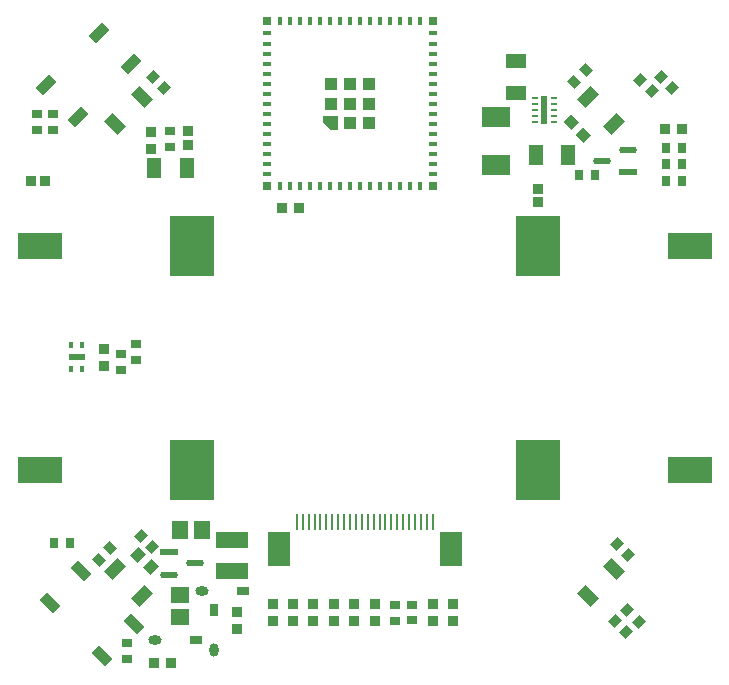
<source format=gtp>
G04*
G04 #@! TF.GenerationSoftware,Altium Limited,Altium Designer,23.2.1 (34)*
G04*
G04 Layer_Color=8421504*
%FSLAX44Y44*%
%MOMM*%
G71*
G04*
G04 #@! TF.SameCoordinates,4D038F4D-AB9E-478B-8716-A6F2BEF9763F*
G04*
G04*
G04 #@! TF.FilePolarity,Positive*
G04*
G01*
G75*
%ADD17R,0.9581X0.9121*%
%ADD19R,2.7062X1.4544*%
%ADD20R,0.9121X0.9581*%
%ADD29R,1.1082X0.7821*%
G04:AMPARAMS|DCode=30|XSize=1.1082mm|YSize=0.7821mm|CornerRadius=0.3911mm|HoleSize=0mm|Usage=FLASHONLY|Rotation=180.000|XOffset=0mm|YOffset=0mm|HoleType=Round|Shape=RoundedRectangle|*
%AMROUNDEDRECTD30*
21,1,1.1082,0.0000,0,0,180.0*
21,1,0.3261,0.7821,0,0,180.0*
1,1,0.7821,-0.1631,0.0000*
1,1,0.7821,0.1631,0.0000*
1,1,0.7821,0.1631,0.0000*
1,1,0.7821,-0.1631,0.0000*
%
%ADD30ROUNDEDRECTD30*%
%ADD31R,1.4546X1.5562*%
%ADD33R,1.3055X1.7582*%
%ADD35R,1.5052X0.5721*%
G04:AMPARAMS|DCode=36|XSize=1.5052mm|YSize=0.5721mm|CornerRadius=0.2861mm|HoleSize=0mm|Usage=FLASHONLY|Rotation=180.000|XOffset=0mm|YOffset=0mm|HoleType=Round|Shape=RoundedRectangle|*
%AMROUNDEDRECTD36*
21,1,1.5052,0.0000,0,0,180.0*
21,1,0.9331,0.5721,0,0,180.0*
1,1,0.5721,-0.4666,0.0000*
1,1,0.5721,0.4666,0.0000*
1,1,0.5721,0.4666,0.0000*
1,1,0.5721,-0.4666,0.0000*
%
%ADD36ROUNDEDRECTD36*%
%ADD41R,1.5562X1.4546*%
%ADD42R,0.7821X1.1082*%
G04:AMPARAMS|DCode=43|XSize=1.1082mm|YSize=0.7821mm|CornerRadius=0.3911mm|HoleSize=0mm|Usage=FLASHONLY|Rotation=270.000|XOffset=0mm|YOffset=0mm|HoleType=Round|Shape=RoundedRectangle|*
%AMROUNDEDRECTD43*
21,1,1.1082,0.0000,0,0,270.0*
21,1,0.3261,0.7821,0,0,270.0*
1,1,0.7821,0.0000,-0.1631*
1,1,0.7821,0.0000,0.1631*
1,1,0.7821,0.0000,0.1631*
1,1,0.7821,0.0000,-0.1631*
%
%ADD43ROUNDEDRECTD43*%
%ADD47R,1.7582X1.3055*%
G04:AMPARAMS|DCode=50|XSize=0.9581mm|YSize=0.9121mm|CornerRadius=0mm|HoleSize=0mm|Usage=FLASHONLY|Rotation=315.000|XOffset=0mm|YOffset=0mm|HoleType=Round|Shape=Rectangle|*
%AMROTATEDRECTD50*
4,1,4,-0.6612,0.0163,-0.0163,0.6612,0.6612,-0.0163,0.0163,-0.6612,-0.6612,0.0163,0.0*
%
%ADD50ROTATEDRECTD50*%

%ADD69R,0.3500X0.5500*%
%ADD70R,0.3500X0.5500*%
%ADD71R,1.4000X0.5000*%
G04:AMPARAMS|DCode=72|XSize=1.0315mm|YSize=1.6315mm|CornerRadius=0mm|HoleSize=0mm|Usage=FLASHONLY|Rotation=135.000|XOffset=0mm|YOffset=0mm|HoleType=Round|Shape=Rectangle|*
%AMROTATEDRECTD72*
4,1,4,0.9415,0.2121,-0.2121,-0.9415,-0.9415,-0.2121,0.2121,0.9415,0.9415,0.2121,0.0*
%
%ADD72ROTATEDRECTD72*%

G04:AMPARAMS|DCode=73|XSize=1.0315mm|YSize=1.6315mm|CornerRadius=0mm|HoleSize=0mm|Usage=FLASHONLY|Rotation=45.000|XOffset=0mm|YOffset=0mm|HoleType=Round|Shape=Rectangle|*
%AMROTATEDRECTD73*
4,1,4,0.2121,-0.9415,-0.9415,0.2121,-0.2121,0.9415,0.9415,-0.2121,0.2121,-0.9415,0.0*
%
%ADD73ROTATEDRECTD73*%

%ADD74R,3.7275X5.0675*%
%ADD75R,3.8049X2.2949*%
%ADD76R,0.7554X0.9054*%
%ADD77R,2.3893X1.7893*%
G04:AMPARAMS|DCode=78|XSize=0.9054mm|YSize=0.7554mm|CornerRadius=0mm|HoleSize=0mm|Usage=FLASHONLY|Rotation=45.000|XOffset=0mm|YOffset=0mm|HoleType=Round|Shape=Rectangle|*
%AMROTATEDRECTD78*
4,1,4,-0.0530,-0.5872,-0.5872,-0.0530,0.0530,0.5872,0.5872,0.0530,-0.0530,-0.5872,0.0*
%
%ADD78ROTATEDRECTD78*%

%ADD79R,0.3727X0.7727*%
%ADD80R,0.7590X0.7590*%
%ADD81R,0.7727X0.3727*%
%ADD82R,1.1384X1.1384*%
%ADD83R,0.9054X0.7554*%
%ADD84R,0.9487X0.9487*%
%ADD85R,0.9487X0.9487*%
G04:AMPARAMS|DCode=86|XSize=1.6355mm|YSize=0.9355mm|CornerRadius=0mm|HoleSize=0mm|Usage=FLASHONLY|Rotation=135.000|XOffset=0mm|YOffset=0mm|HoleType=Round|Shape=Rectangle|*
%AMROTATEDRECTD86*
4,1,4,0.9090,-0.2475,0.2475,-0.9090,-0.9090,0.2475,-0.2475,0.9090,0.9090,-0.2475,0.0*
%
%ADD86ROTATEDRECTD86*%

G04:AMPARAMS|DCode=87|XSize=0.9054mm|YSize=0.7554mm|CornerRadius=0mm|HoleSize=0mm|Usage=FLASHONLY|Rotation=315.000|XOffset=0mm|YOffset=0mm|HoleType=Round|Shape=Rectangle|*
%AMROTATEDRECTD87*
4,1,4,-0.5872,0.0530,-0.0530,0.5872,0.5872,-0.0530,0.0530,-0.5872,-0.5872,0.0530,0.0*
%
%ADD87ROTATEDRECTD87*%

%ADD88R,1.8770X2.8770*%
%ADD89R,0.2746X1.4746*%
G04:AMPARAMS|DCode=90|XSize=1.0003mm|YSize=0.8503mm|CornerRadius=0mm|HoleSize=0mm|Usage=FLASHONLY|Rotation=225.000|XOffset=0mm|YOffset=0mm|HoleType=Round|Shape=Rectangle|*
%AMROTATEDRECTD90*
4,1,4,0.0530,0.6543,0.6543,0.0530,-0.0530,-0.6543,-0.6543,-0.0530,0.0530,0.6543,0.0*
%
%ADD90ROTATEDRECTD90*%

G04:AMPARAMS|DCode=91|XSize=1.6355mm|YSize=0.9355mm|CornerRadius=0mm|HoleSize=0mm|Usage=FLASHONLY|Rotation=45.000|XOffset=0mm|YOffset=0mm|HoleType=Round|Shape=Rectangle|*
%AMROTATEDRECTD91*
4,1,4,-0.2475,-0.9090,-0.9090,-0.2475,0.2475,0.9090,0.9090,0.2475,-0.2475,-0.9090,0.0*
%
%ADD91ROTATEDRECTD91*%

%ADD92R,0.5509X2.4409*%
%ADD93R,0.5810X0.2510*%
G36*
X-23000Y195000D02*
Y183000D01*
X-29000Y183000D01*
X-35000Y189000D01*
Y195000D01*
X-23000D01*
D02*
G37*
D17*
X268749Y184423D02*
D03*
X254209D02*
D03*
X-163750Y-268250D02*
D03*
X-178290D02*
D03*
X-55730Y117000D02*
D03*
X-70270D02*
D03*
D19*
X-112500Y-190259D02*
D03*
Y-163741D02*
D03*
D20*
X-221000Y-1730D02*
D03*
Y-16270D02*
D03*
X-181000Y182000D02*
D03*
Y167460D02*
D03*
X-108500Y-224730D02*
D03*
Y-239270D02*
D03*
X74750Y-217730D02*
D03*
Y-232270D02*
D03*
X57500Y-217730D02*
D03*
Y-232270D02*
D03*
X8250Y-218230D02*
D03*
Y-232770D02*
D03*
X-9000Y-218230D02*
D03*
Y-232770D02*
D03*
X-26250Y-218230D02*
D03*
Y-232770D02*
D03*
X-43500Y-218230D02*
D03*
Y-232770D02*
D03*
X-60750Y-218230D02*
D03*
Y-232770D02*
D03*
X-78000Y-218230D02*
D03*
Y-232770D02*
D03*
D29*
X-143200Y-248500D02*
D03*
X-103200Y-207000D02*
D03*
D30*
X-177800Y-248500D02*
D03*
X-137800Y-207000D02*
D03*
D31*
X-137742Y-155000D02*
D03*
X-156258D02*
D03*
D33*
X-150737Y150750D02*
D03*
X-178264D02*
D03*
X172264Y162500D02*
D03*
X144736D02*
D03*
D35*
X223255Y147750D02*
D03*
X-165510Y-174250D02*
D03*
D36*
X223255Y166750D02*
D03*
X201245Y157250D02*
D03*
X-165510Y-193250D02*
D03*
X-143500Y-183750D02*
D03*
D41*
X-156250Y-229008D02*
D03*
Y-210492D02*
D03*
D42*
X-127500Y-222700D02*
D03*
D43*
Y-257300D02*
D03*
D47*
X128000Y242014D02*
D03*
Y214486D02*
D03*
D50*
X184641Y179359D02*
D03*
X174359Y189641D02*
D03*
D69*
X-239000Y-19250D02*
D03*
X-249000D02*
D03*
Y1250D02*
D03*
D70*
X-239000Y1250D02*
D03*
D71*
X-244000Y-8999D02*
D03*
D72*
X-188686Y-211314D02*
D03*
X-211314Y-188686D02*
D03*
X211314Y188686D02*
D03*
X188686Y211314D02*
D03*
D73*
Y-211314D02*
D03*
X211314Y-188686D02*
D03*
X-211314Y188686D02*
D03*
X-188686Y211314D02*
D03*
D74*
X146600Y-105000D02*
D03*
X-146600Y85000D02*
D03*
X146600D02*
D03*
X-146600Y-105000D02*
D03*
D75*
X275100D02*
D03*
X-275100Y85000D02*
D03*
X275100D02*
D03*
X-275100Y-105000D02*
D03*
D76*
X268229Y168423D02*
D03*
X254729Y168423D02*
D03*
Y154423D02*
D03*
X268229D02*
D03*
X254729Y140423D02*
D03*
X268229Y140423D02*
D03*
X181250Y145000D02*
D03*
X194750D02*
D03*
X-249250Y-166750D02*
D03*
X-262750Y-166750D02*
D03*
D77*
X111000Y194500D02*
D03*
Y153500D02*
D03*
D78*
X-189773Y-160227D02*
D03*
X-180227Y-169773D02*
D03*
X250477Y228523D02*
D03*
X260023Y218977D02*
D03*
X-179523Y228523D02*
D03*
X-169977Y218977D02*
D03*
X233250Y226000D02*
D03*
X242796Y216454D02*
D03*
X212049Y-232049D02*
D03*
X221595Y-241595D02*
D03*
X231773Y-233023D02*
D03*
X222227Y-223477D02*
D03*
X223023Y-176523D02*
D03*
X213477Y-166977D02*
D03*
D79*
X47000Y135500D02*
D03*
X38500D02*
D03*
X30000D02*
D03*
X21500D02*
D03*
X13000Y135500D02*
D03*
X4500Y135500D02*
D03*
X-4000D02*
D03*
X-12500D02*
D03*
X-21000D02*
D03*
X-29500D02*
D03*
X-38000D02*
D03*
X-46500D02*
D03*
X-55000D02*
D03*
X-63500Y135500D02*
D03*
X-72000Y135500D02*
D03*
X47000Y275500D02*
D03*
X38500D02*
D03*
X30000D02*
D03*
X21500D02*
D03*
X13000D02*
D03*
X4500D02*
D03*
X-4000D02*
D03*
X-12500D02*
D03*
X-21000D02*
D03*
X-29500D02*
D03*
X-38000D02*
D03*
X-46500D02*
D03*
X-55000D02*
D03*
X-63500D02*
D03*
X-72000D02*
D03*
D80*
X57500Y135500D02*
D03*
X-82500D02*
D03*
X57500Y275500D02*
D03*
X-82500D02*
D03*
D81*
X57500Y146000D02*
D03*
X57500Y154500D02*
D03*
X57500Y163000D02*
D03*
Y171500D02*
D03*
X57500Y180000D02*
D03*
X57500Y188500D02*
D03*
Y197000D02*
D03*
X57500Y205500D02*
D03*
Y214000D02*
D03*
Y222500D02*
D03*
X57500Y231000D02*
D03*
X57500Y239500D02*
D03*
Y248000D02*
D03*
X57500Y256500D02*
D03*
X57500Y265000D02*
D03*
X-82500Y265000D02*
D03*
X-82500Y256500D02*
D03*
X-82500Y248000D02*
D03*
X-82500Y239500D02*
D03*
Y231000D02*
D03*
X-82500Y222500D02*
D03*
X-82500Y214000D02*
D03*
X-82500Y205500D02*
D03*
X-82500Y197000D02*
D03*
X-82500Y188500D02*
D03*
X-82500Y180000D02*
D03*
X-82500Y171500D02*
D03*
X-82500Y163000D02*
D03*
Y154500D02*
D03*
X-82500Y146000D02*
D03*
D82*
X-12500Y205500D02*
D03*
X4000Y189000D02*
D03*
X-12500D02*
D03*
X4000Y205500D02*
D03*
Y222000D02*
D03*
X-12500D02*
D03*
X-29000D02*
D03*
Y205500D02*
D03*
D83*
X-194000Y1750D02*
D03*
Y-11750D02*
D03*
X-206000Y-19750D02*
D03*
Y-6250D02*
D03*
X-165000Y169000D02*
D03*
Y182500D02*
D03*
X-264000Y183000D02*
D03*
Y196500D02*
D03*
X-277750D02*
D03*
Y183000D02*
D03*
X25500Y-218750D02*
D03*
Y-232250D02*
D03*
X39750Y-218500D02*
D03*
Y-232000D02*
D03*
X-201500Y-264250D02*
D03*
Y-250750D02*
D03*
D84*
X-282200Y140250D02*
D03*
X-270500D02*
D03*
D85*
X-150000Y182100D02*
D03*
Y170400D02*
D03*
X147000Y121900D02*
D03*
Y133600D02*
D03*
D86*
X-266709Y-217161D02*
D03*
X-222161Y-261709D02*
D03*
X-239839Y-190291D02*
D03*
X-195291Y-234839D02*
D03*
D87*
X177477Y224227D02*
D03*
X187023Y233773D02*
D03*
X-225273Y-180523D02*
D03*
X-215727Y-170977D02*
D03*
D88*
X72650Y-171694D02*
D03*
X-72650Y-171694D02*
D03*
D89*
X-57500Y-148194D02*
D03*
X-52500D02*
D03*
X-47500D02*
D03*
X-42500Y-148194D02*
D03*
X-37500Y-148194D02*
D03*
X-32500D02*
D03*
X-27500D02*
D03*
X-22500Y-148194D02*
D03*
X-17500Y-148194D02*
D03*
X-12500Y-148194D02*
D03*
X-7500D02*
D03*
X-2500Y-148194D02*
D03*
X2500D02*
D03*
X7500D02*
D03*
X12500D02*
D03*
X17500D02*
D03*
X22500Y-148194D02*
D03*
X27500Y-148194D02*
D03*
X32500D02*
D03*
X37500D02*
D03*
X42500D02*
D03*
X47500D02*
D03*
X52500D02*
D03*
X57500D02*
D03*
D90*
X-191627Y-176373D02*
D03*
X-181374Y-186626D02*
D03*
D91*
X-225161Y265709D02*
D03*
X-269709Y221161D02*
D03*
X-198291Y238839D02*
D03*
X-242839Y194291D02*
D03*
D92*
X152000Y200000D02*
D03*
D93*
X160000Y190000D02*
D03*
Y195000D02*
D03*
Y200000D02*
D03*
Y205000D02*
D03*
Y210000D02*
D03*
X144000D02*
D03*
Y205000D02*
D03*
Y200000D02*
D03*
Y195000D02*
D03*
Y190000D02*
D03*
M02*

</source>
